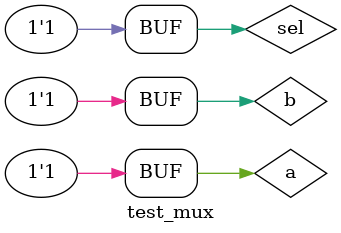
<source format=v>

module mux2to1(i0,i1,s,y);

input i0,i1,s;
output y;
wire nots,w1,w2;

not (nots,s);
and (w1,i0,nots);
and (w2,i1,s);
or (y,w1,w2);

endmodule 

module test_mux;

reg a,b,sel;
wire f;

mux2to1 test(.i0(a), .i1(b), .s(sel), .y(f));

initial begin 
$monitor (" i0=%b , i1=%b ,s=%b --> y=%b ", a,b,sel,f);

    sel = 1'b0; a=1'b0; b=1'b0;
    #10
    sel = 1'b0; a=1'b1; b=1'b1;
    #10
    sel = 1'b0; a=1'b1; b=1'b0;
    #10
    sel = 1'b0; a=1'b1; b=1'b1;
    #10
    sel = 1'b1; a=1'b0; b=1'b0;
    #10
    sel = 1'b1; a=1'b0; b=1'b1;
    #10
    sel = 1'b1; a=1'b1; b=1'b0;
    #10
    sel = 1'b1; a=1'b1; b=1'b1;
    end 
    
    endmodule

</source>
